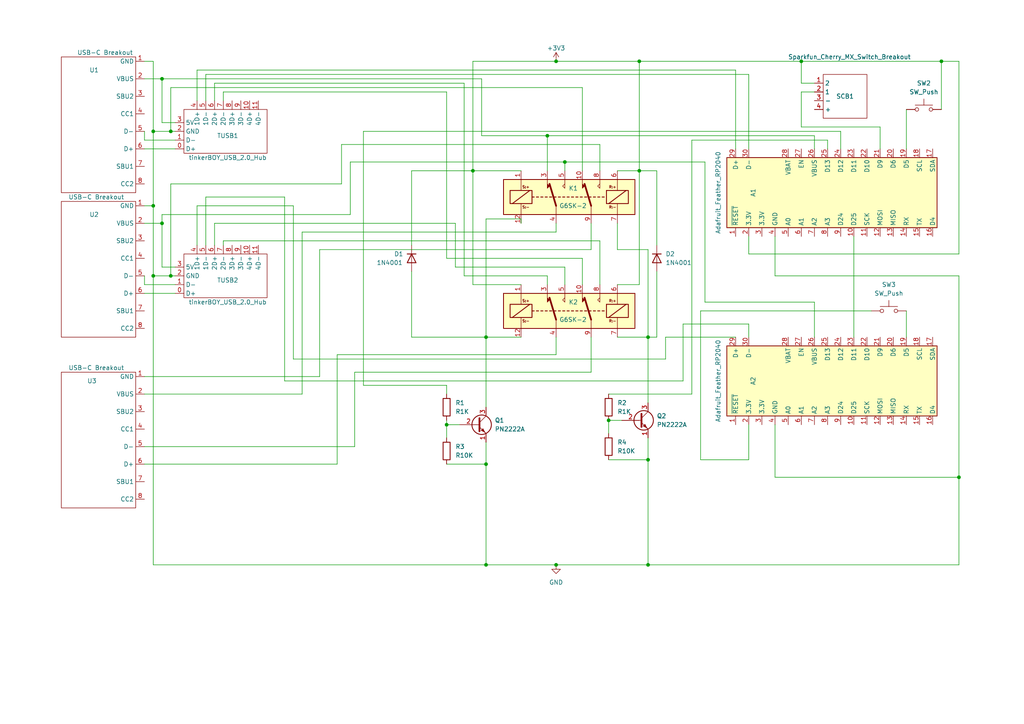
<source format=kicad_sch>
(kicad_sch (version 20211123) (generator eeschema)
  (paper "A4")
  (lib_symbols
    (symbol "Adafruit:Adafruit_4090_-_USB-C_Breakout"
      (property "Reference" "U" (at 0 2.54 0))
      (property "Value" "Adafruit_4090_-_USB-C_Breakout" (at -1.27 8.89 0))
      (symbol "Adafruit_4090_-_USB-C_Breakout_0_1"
        (rectangle (start -20.32 12.7) (end 19.05 -8.89))
      )
      (symbol "Adafruit_4090_-_USB-C_Breakout_1_1"
        (pin bidirectional line (at 17.78 -11.43 90) (length 2.54) (name "GND") (number "1"))
        (pin bidirectional line (at 12.7 -11.43 90) (length 2.54) (name "VBUS") (number "2"))
        (pin bidirectional line (at 7.62 -11.43 90) (length 2.54) (name "SBU2") (number "3"))
        (pin bidirectional line (at 2.54 -11.43 90) (length 2.54) (name "CC1") (number "4"))
        (pin bidirectional line (at -2.54 -11.43 90) (length 2.54) (name "D-") (number "5"))
        (pin bidirectional line (at -7.62 -11.43 90) (length 2.54) (name "D+") (number "6"))
        (pin bidirectional line (at -12.7 -11.43 90) (length 2.54) (name "SBU1") (number "7"))
        (pin bidirectional line (at -17.78 -11.43 90) (length 2.54) (name "CC2") (number "8"))
      )
    )
    (symbol "Adafruit:Adafruit_Feather_RP2040"
      (property "Reference" "A" (at 0 52.07 0))
      (property "Value" "Adafruit_Feather_RP2040" (at 0 62.23 0))
      (symbol "Adafruit_Feather_RP2040_0_1"
        (rectangle (start -10.16 59.69) (end 10.16 -1.27) (stroke (width 0.254)) (fill (type background)))
      )
      (symbol "Adafruit_Feather_RP2040_1_1"
        (pin input line (at -12.7 57.15 0) (length 2.54) (name "~{RESET}") (number "1"))
        (pin bidirectional line (at -12.7 22.86 0) (length 2.54) (name "D25") (number "10"))
        (pin bidirectional line (at -12.7 19.05 0) (length 2.54) (name "SCK") (number "11"))
        (pin bidirectional line (at -12.7 15.24 0) (length 2.54) (name "MOSI") (number "12"))
        (pin bidirectional line (at -12.7 11.43 0) (length 2.54) (name "MISO") (number "13"))
        (pin bidirectional line (at -12.7 7.62 0) (length 2.54) (name "RX") (number "14"))
        (pin bidirectional line (at -12.7 3.81 0) (length 2.54) (name "TX") (number "15"))
        (pin bidirectional line (at -12.7 0 0) (length 2.54) (name "D4") (number "16"))
        (pin bidirectional line (at 12.7 0 180) (length 2.54) (name "SDA") (number "17"))
        (pin bidirectional line (at 12.7 3.81 180) (length 2.54) (name "SCL") (number "18"))
        (pin bidirectional line (at 12.7 7.62 180) (length 2.54) (name "D5") (number "19"))
        (pin power_out line (at -12.7 53.34 0) (length 2.54) (name "3.3V") (number "2"))
        (pin bidirectional line (at 12.7 11.43 180) (length 2.54) (name "D6") (number "20"))
        (pin bidirectional line (at 12.7 15.24 180) (length 2.54) (name "D9") (number "21"))
        (pin bidirectional line (at 12.7 19.05 180) (length 2.54) (name "D10") (number "22"))
        (pin bidirectional line (at 12.7 22.86 180) (length 2.54) (name "D11") (number "23"))
        (pin bidirectional line (at 12.7 26.67 180) (length 2.54) (name "D12") (number "24"))
        (pin bidirectional line (at 12.7 30.48 180) (length 2.54) (name "D13") (number "25"))
        (pin power_in line (at 12.7 34.29 180) (length 2.54) (name "VBUS") (number "26"))
        (pin input line (at 12.7 38.1 180) (length 2.54) (name "EN") (number "27"))
        (pin power_in line (at 12.7 41.91 180) (length 2.54) (name "VBAT") (number "28"))
        (pin bidirectional line (at 12.7 57.15 180) (length 2.54) (name "D+") (number "29"))
        (pin power_out line (at -12.7 49.53 0) (length 2.54) (name "3.3V") (number "3"))
        (pin bidirectional line (at 12.7 53.34 180) (length 2.54) (name "D-") (number "30"))
        (pin power_in line (at -12.7 45.72 0) (length 2.54) (name "GND") (number "4"))
        (pin bidirectional line (at -12.7 41.91 0) (length 2.54) (name "A0") (number "5"))
        (pin bidirectional line (at -12.7 38.1 0) (length 2.54) (name "A1") (number "6"))
        (pin bidirectional line (at -12.7 34.29 0) (length 2.54) (name "A2") (number "7"))
        (pin bidirectional line (at -12.7 30.48 0) (length 2.54) (name "A3") (number "8"))
        (pin bidirectional line (at -12.7 26.67 0) (length 2.54) (name "D24") (number "9"))
      )
    )
    (symbol "Device:R" (pin_numbers hide) (pin_names (offset 0))
      (property "Reference" "R" (at 2.032 0 90))
      (property "Value" "R" (at 0 0 90))
      (symbol "R_0_1"
        (rectangle (start -1.016 -2.54) (end 1.016 2.54) (stroke (width 0.254)))
      )
      (symbol "R_1_1"
        (pin passive line (at 0 3.81 270) (length 1.27) (name "~") (number "1"))
        (pin passive line (at 0 -3.81 90) (length 1.27) (name "~") (number "2"))
      )
    )
    (symbol "Diode:1N4001" (pin_numbers hide) (pin_names (offset 1.016) hide)
      (property "Reference" "D" (at 0 2.54 0))
      (property "Value" "1N4001" (at 0 -2.54 0))
      (symbol "1N4001_0_1"
        (polyline (pts (xy -1.27 1.27) (xy -1.27 -1.27)) (stroke (width 0.254)))
        (polyline (pts (xy 1.27 0) (xy -1.27 0)))
        (polyline (pts (xy 1.27 1.27) (xy 1.27 -1.27) (xy -1.27 0) (xy 1.27 1.27)) (stroke (width 0.254)))
      )
      (symbol "1N4001_1_1"
        (pin passive line (at -3.81 0 0) (length 2.54) (name "K") (number "1"))
        (pin passive line (at 3.81 0 180) (length 2.54) (name "A") (number "2"))
      )
    )
    (symbol "Relay:G6SK-2"
      (property "Reference" "K" (at 21.59 3.81 0))
      (property "Value" "G6SK-2" (at 21.59 1.27 0))
      (symbol "G6SK-2_0_0"
        (text "R:+" (at 13.843 2.921 0) (effects (font (size 0.762 0.762))))
        (text "R:-" (at 13.843 -2.921 0) (effects (font (size 0.762 0.762))))
        (text "S:+" (at -11.303 2.921 0) (effects (font (size 0.762 0.762))))
        (text "S:-" (at -11.303 -2.921 0) (effects (font (size 0.762 0.762))))
      )
      (symbol "G6SK-2_0_1"
        (rectangle (start -17.78 5.08) (end 20.32 -5.08) (stroke (width 0.254)) (fill (type background)))
        (rectangle (start -15.875 1.905) (end -9.525 -1.905) (stroke (width 0.254)))
        (polyline (pts (xy -15.24 -1.905) (xy -10.16 1.905)) (stroke (width 0.254)))
        (polyline (pts (xy -12.7 -5.08) (xy -12.7 -1.905)))
        (polyline (pts (xy -12.7 5.08) (xy -12.7 1.905)))
        (polyline (pts (xy -9.525 0) (xy -8.89 0)) (stroke (width 0.254)))
        (polyline (pts (xy -8.255 0) (xy -7.62 0)) (stroke (width 0.254)))
        (polyline (pts (xy -6.985 0) (xy -6.35 0)) (stroke (width 0.254)))
        (polyline (pts (xy -5.715 0) (xy -5.08 0)) (stroke (width 0.254)))
        (polyline (pts (xy -4.445 0) (xy -3.81 0)) (stroke (width 0.254)))
        (polyline (pts (xy -3.175 0) (xy -2.54 0)) (stroke (width 0.254)))
        (polyline (pts (xy -2.54 -2.54) (xy -4.445 3.81)) (stroke (width 0.508)))
        (polyline (pts (xy -2.54 -2.54) (xy -2.54 -5.08)))
        (polyline (pts (xy -1.905 0) (xy -1.27 0)) (stroke (width 0.254)))
        (polyline (pts (xy -0.635 0) (xy 0 0)) (stroke (width 0.254)))
        (polyline (pts (xy 0.635 0) (xy 1.27 0)) (stroke (width 0.254)))
        (polyline (pts (xy 1.905 0) (xy 2.54 0)) (stroke (width 0.254)))
        (polyline (pts (xy 3.175 0) (xy 3.81 0)) (stroke (width 0.254)))
        (polyline (pts (xy 4.445 0) (xy 5.08 0)) (stroke (width 0.254)))
        (polyline (pts (xy 5.715 0) (xy 6.35 0)) (stroke (width 0.254)))
        (polyline (pts (xy 6.985 0) (xy 7.62 0)) (stroke (width 0.254)))
        (polyline (pts (xy 7.62 -2.54) (xy 5.715 3.81)) (stroke (width 0.508)))
        (polyline (pts (xy 7.62 -2.54) (xy 7.62 -5.08)))
        (polyline (pts (xy 8.255 0) (xy 8.89 0)) (stroke (width 0.254)))
        (polyline (pts (xy 9.525 0) (xy 10.16 0)) (stroke (width 0.254)))
        (polyline (pts (xy 10.795 0) (xy 11.43 0)) (stroke (width 0.254)))
        (polyline (pts (xy 12.7 -1.905) (xy 17.78 1.905)) (stroke (width 0.254)))
        (polyline (pts (xy 15.24 -5.08) (xy 15.24 -1.905)))
        (polyline (pts (xy 15.24 5.08) (xy 15.24 1.905)))
        (polyline (pts (xy -5.08 5.08) (xy -5.08 2.54) (xy -4.445 3.175) (xy -5.08 3.81)) (fill (type outline)))
        (polyline (pts (xy 0 5.08) (xy 0 2.54) (xy -0.635 3.175) (xy 0 3.81)))
        (polyline (pts (xy 5.08 5.08) (xy 5.08 2.54) (xy 5.715 3.175) (xy 5.08 3.81)) (fill (type outline)))
        (polyline (pts (xy 10.16 5.08) (xy 10.16 2.54) (xy 9.525 3.175) (xy 10.16 3.81)))
        (rectangle (start 12.065 1.905) (end 18.415 -1.905) (stroke (width 0.254)))
      )
      (symbol "G6SK-2_1_1"
        (pin passive line (at -12.7 7.62 270) (length 2.54) (name "~") (number "1"))
        (pin passive line (at 5.08 7.62 270) (length 2.54) (name "~") (number "10"))
        (pin passive line (at -12.7 -7.62 90) (length 2.54) (name "~") (number "12"))
        (pin passive line (at -5.08 7.62 270) (length 2.54) (name "~") (number "3"))
        (pin passive line (at -2.54 -7.62 90) (length 2.54) (name "~") (number "4"))
        (pin passive line (at 0 7.62 270) (length 2.54) (name "~") (number "5"))
        (pin passive line (at 15.24 7.62 270) (length 2.54) (name "~") (number "6"))
        (pin passive line (at 15.24 -7.62 90) (length 2.54) (name "~") (number "7"))
        (pin passive line (at 10.16 7.62 270) (length 2.54) (name "~") (number "8"))
        (pin passive line (at 7.62 -7.62 90) (length 2.54) (name "~") (number "9"))
      )
    )
    (symbol "SparkFun:Sparkfun_Cherry_MX_Switch_Breakout"
      (property "Reference" "SCB" (at -1.27 10.16 0))
      (property "Value" "Sparkfun_Cherry_MX_Switch_Breakout" (at -1.27 29.21 0))
      (symbol "Sparkfun_Cherry_MX_Switch_Breakout_0_1"
        (rectangle (start -7.62 16.51) (end 5.08 3.81))
      )
      (symbol "Sparkfun_Cherry_MX_Switch_Breakout_1_1"
        (pin bidirectional line (at -10.16 13.97 0) (length 2.54) (name "2") (number "1"))
        (pin bidirectional line (at -10.16 11.43 0) (length 2.54) (name "1") (number "2"))
        (pin bidirectional line (at -10.16 8.89 0) (length 2.54) (name "-") (number "3"))
        (pin bidirectional line (at -10.16 6.35 0) (length 2.54) (name "+") (number "4"))
      )
    )
    (symbol "Switch:SW_Push" (pin_numbers hide) (pin_names (offset 1.016) hide)
      (property "Reference" "SW" (at 1.27 2.54 0))
      (property "Value" "SW_Push" (at 0 -1.524 0))
      (symbol "SW_Push_0_1"
        (circle (center -2.032 0) (radius 0.508))
        (polyline (pts (xy 0 1.27) (xy 0 3.048)))
        (polyline (pts (xy 2.54 1.27) (xy -2.54 1.27)))
        (circle (center 2.032 0) (radius 0.508))
        (pin passive line (at -5.08 0 0) (length 2.54) (name "1") (number "1"))
        (pin passive line (at 5.08 0 180) (length 2.54) (name "2") (number "2"))
      )
    )
    (symbol "Transistor_BJT:PN2222A" (pin_names (offset 0) hide)
      (property "Reference" "Q" (at 5.08 1.905 0))
      (property "Value" "PN2222A" (at 5.08 0 0))
      (symbol "PN2222A_0_1"
        (polyline (pts (xy 0 0) (xy 0.635 0)))
        (polyline (pts (xy 2.54 -2.54) (xy 0.635 -0.635)))
        (polyline (pts (xy 2.54 2.54) (xy 0.635 0.635)))
        (polyline (pts (xy 0.635 1.905) (xy 0.635 -1.905) (xy 0.635 -1.905)) (stroke (width 0.508)))
        (polyline (pts (xy 2.413 -2.413) (xy 1.905 -1.905) (xy 1.905 -1.905)))
        (polyline (pts (xy 1.143 -1.651) (xy 1.651 -1.143) (xy 2.159 -2.159) (xy 1.143 -1.651) (xy 1.143 -1.651)) (fill (type outline)))
        (circle (center 1.27 0) (radius 2.8194) (stroke (width 0.254)))
      )
      (symbol "PN2222A_1_1"
        (pin passive line (at 2.54 -5.08 90) (length 2.54) (name "E") (number "1"))
        (pin input line (at -5.08 0 0) (length 5.08) (name "B") (number "2"))
        (pin passive line (at 2.54 5.08 270) (length 2.54) (name "C") (number "3"))
      )
    )
    (symbol "power:+3.3V" (power) (pin_names (offset 0))
      (property "Value" "+3.3V" (at 0 3.556 0))
      (symbol "+3.3V_0_1"
        (polyline (pts (xy -0.762 1.27) (xy 0 2.54)))
        (polyline (pts (xy 0 0) (xy 0 2.54)))
        (polyline (pts (xy 0 2.54) (xy 0.762 1.27)))
      )
      (symbol "+3.3V_1_1"
        (pin power_in line (at 0 0 90) (length 0) hide (name "+3V3") (number "1"))
      )
    )
    (symbol "power:GND" (power) (pin_names (offset 0))
      (property "Value" "GND" (at 0 -3.81 0))
      (symbol "GND_0_1"
        (polyline (pts (xy 0 0) (xy 0 -1.27) (xy 1.27 -1.27) (xy 0 -2.54) (xy -1.27 -1.27) (xy 0 -1.27)))
      )
      (symbol "GND_1_1"
        (pin power_in line (at 0 0 270) (length 0) hide (name "GND") (number "1"))
      )
    )
    (symbol "tinkerBOY_USB_2.0_Hub_1"
      (property "Reference" "TUSB" (at 0 8.89 0))
      (property "Value" "tinkerBOY_USB_2.0_Hub_1" (at 0 15.24 0))
      (symbol "tinkerBOY_USB_2.0_Hub_1_0_1"
        (rectangle (start 12.7 13.97) (end -11.43 1.27))
      )
      (symbol "tinkerBOY_USB_2.0_Hub_1_1_1"
        (pin bidirectional line (at 15.24 12.7 180) (length 2.54) (name "D+") (number "0"))
        (pin bidirectional line (at 15.24 10.16 180) (length 2.54) (name "D-") (number "1"))
        (pin bidirectional line (at -6.35 -1.27 90) (length 2.54) (name "4D+") (number "10"))
        (pin bidirectional line (at -8.89 -1.27 90) (length 2.54) (name "4D-") (number "11"))
        (pin input line (at 15.24 7.62 180) (length 2.54) (name "GND") (number "2"))
        (pin input line (at 15.24 5.08 180) (length 2.54) (name "5V") (number "3"))
        (pin bidirectional line (at 8.89 -1.27 90) (length 2.54) (name "1D+") (number "4"))
        (pin bidirectional line (at 6.35 -1.27 90) (length 2.54) (name "1D-") (number "5"))
        (pin bidirectional line (at 3.81 -1.27 90) (length 2.54) (name "2D+") (number "6"))
        (pin bidirectional line (at 1.27 -1.27 90) (length 2.54) (name "2D-") (number "7"))
        (pin bidirectional line (at -1.27 -1.27 90) (length 2.54) (name "3D+") (number "8"))
        (pin bidirectional line (at -3.81 -1.27 90) (length 2.54) (name "3D-") (number "9"))
      )
    )
    (symbol "tinkeyBOY:tinkerBOY_USB_2.0_Hub"
      (property "Reference" "TUSB" (at 0 8.89 0))
      (property "Value" "tinkerBOY_USB_2.0_Hub" (at 0 15.24 0))
      (symbol "tinkerBOY_USB_2.0_Hub_0_1"
        (rectangle (start 12.7 13.97) (end -11.43 1.27))
      )
      (symbol "tinkerBOY_USB_2.0_Hub_1_1"
        (pin bidirectional line (at 15.24 12.7 180) (length 2.54) (name "D+") (number "0"))
        (pin bidirectional line (at 15.24 10.16 180) (length 2.54) (name "D-") (number "1"))
        (pin bidirectional line (at -6.35 -1.27 90) (length 2.54) (name "4D+") (number "10"))
        (pin bidirectional line (at -8.89 -1.27 90) (length 2.54) (name "4D-") (number "11"))
        (pin input line (at 15.24 7.62 180) (length 2.54) (name "GND") (number "2"))
        (pin input line (at 15.24 5.08 180) (length 2.54) (name "5V") (number "3"))
        (pin bidirectional line (at 8.89 -1.27 90) (length 2.54) (name "1D+") (number "4"))
        (pin bidirectional line (at 6.35 -1.27 90) (length 2.54) (name "1D-") (number "5"))
        (pin bidirectional line (at 3.81 -1.27 90) (length 2.54) (name "2D+") (number "6"))
        (pin bidirectional line (at 1.27 -1.27 90) (length 2.54) (name "2D-") (number "7"))
        (pin bidirectional line (at -1.27 -1.27 90) (length 2.54) (name "3D+") (number "8"))
        (pin bidirectional line (at -3.81 -1.27 90) (length 2.54) (name "3D-") (number "9"))
      )
    )
  )
  (junction (at 161.29 17.78))
  (junction (at 185.42 49.53))
  (junction (at 49.53 80.01))
  (junction (at 187.96 133.35))
  (junction (at 137.16 49.53))
  (junction (at 140.97 163.83))
  (junction (at 46.99 22.86))
  (junction (at 163.83 46.99))
  (junction (at 232.41 17.78))
  (junction (at 140.97 97.79))
  (junction (at 44.45 59.69))
  (junction (at 46.99 64.77))
  (junction (at 187.96 97.79))
  (junction (at 44.45 38.1))
  (junction (at 185.42 17.78))
  (junction (at 49.53 38.1))
  (junction (at 278.13 138.43))
  (junction (at 176.53 121.92))
  (junction (at 44.45 80.01))
  (junction (at 158.75 39.37))
  (junction (at 187.96 163.83))
  (junction (at 140.97 134.62))
  (junction (at 161.29 163.83))
  (junction (at 273.05 17.78))
  (junction (at 129.54 123.19))
  (wire (pts (xy 198.12 93.98) (xy 198.12 110.49)))
  (wire (pts (xy 137.16 49.53) (xy 137.16 82.55)))
  (wire (pts (xy 204.47 46.99) (xy 163.83 46.99)))
  (wire (pts (xy 129.54 111.76) (xy 105.41 111.76)))
  (wire (pts (xy 232.41 17.78) (xy 232.41 24.13)))
  (wire (pts (xy 217.17 133.35) (xy 203.2 133.35)))
  (wire (pts (xy 129.54 111.76) (xy 129.54 114.3)))
  (wire (pts (xy 278.13 17.78) (xy 278.13 73.66)))
  (wire (pts (xy 185.42 17.78) (xy 185.42 49.53)))
  (wire (pts (xy 41.91 85.09) (xy 50.8 85.09)))
  (wire (pts (xy 236.22 39.37) (xy 158.75 39.37)))
  (wire (pts (xy 187.96 97.79) (xy 187.96 116.84)))
  (wire (pts (xy 49.53 38.1) (xy 44.45 38.1)))
  (wire (pts (xy 97.79 102.87) (xy 161.29 102.87)))
  (wire (pts (xy 161.29 17.78) (xy 185.42 17.78)))
  (wire (pts (xy 173.99 69.85) (xy 173.99 82.55)))
  (wire (pts (xy 87.63 114.3) (xy 87.63 67.31)))
  (wire (pts (xy 129.54 26.67) (xy 64.77 26.67)))
  (wire (pts (xy 137.16 82.55) (xy 151.13 82.55)))
  (wire (pts (xy 161.29 102.87) (xy 161.29 97.79)))
  (wire (pts (xy 101.6 62.23) (xy 46.99 62.23)))
  (wire (pts (xy 41.91 40.64) (xy 41.91 38.1)))
  (wire (pts (xy 105.41 38.1) (xy 243.84 38.1)))
  (wire (pts (xy 50.8 80.01) (xy 49.53 80.01)))
  (wire (pts (xy 203.2 90.17) (xy 252.73 90.17)))
  (wire (pts (xy 161.29 163.83) (xy 187.96 163.83)))
  (wire (pts (xy 101.6 46.99) (xy 101.6 62.23)))
  (wire (pts (xy 161.29 67.31) (xy 161.29 64.77)))
  (wire (pts (xy 262.89 31.75) (xy 262.89 43.18)))
  (wire (pts (xy 173.99 49.53) (xy 173.99 41.91)))
  (wire (pts (xy 273.05 17.78) (xy 278.13 17.78)))
  (wire (pts (xy 224.79 138.43) (xy 278.13 138.43)))
  (wire (pts (xy 140.97 134.62) (xy 140.97 163.83)))
  (wire (pts (xy 41.91 109.22) (xy 92.71 109.22)))
  (wire (pts (xy 190.5 49.53) (xy 185.42 49.53)))
  (wire (pts (xy 190.5 78.74) (xy 190.5 97.79)))
  (wire (pts (xy 163.83 82.55) (xy 163.83 77.47)))
  (wire (pts (xy 133.35 123.19) (xy 129.54 123.19)))
  (wire (pts (xy 50.8 82.55) (xy 41.91 82.55)))
  (wire (pts (xy 171.45 107.95) (xy 171.45 97.79)))
  (wire (pts (xy 232.41 36.83) (xy 255.27 36.83)))
  (wire (pts (xy 41.91 114.3) (xy 87.63 114.3)))
  (wire (pts (xy 151.13 64.77) (xy 151.13 63.5)))
  (wire (pts (xy 92.71 109.22) (xy 92.71 72.39)))
  (wire (pts (xy 203.2 133.35) (xy 203.2 90.17)))
  (wire (pts (xy 171.45 72.39) (xy 171.45 64.77)))
  (wire (pts (xy 82.55 110.49) (xy 82.55 57.15)))
  (wire (pts (xy 44.45 38.1) (xy 44.45 59.69)))
  (wire (pts (xy 168.91 74.93) (xy 129.54 74.93)))
  (wire (pts (xy 46.99 35.56) (xy 46.99 22.86)))
  (wire (pts (xy 168.91 82.55) (xy 168.91 74.93)))
  (wire (pts (xy 99.06 53.34) (xy 49.53 53.34)))
  (wire (pts (xy 92.71 72.39) (xy 171.45 72.39)))
  (wire (pts (xy 64.77 69.85) (xy 173.99 69.85)))
  (wire (pts (xy 168.91 25.4) (xy 168.91 49.53)))
  (wire (pts (xy 236.22 97.79) (xy 236.22 87.63)))
  (wire (pts (xy 213.36 97.79) (xy 193.04 97.79)))
  (wire (pts (xy 176.53 114.3) (xy 200.66 114.3)))
  (wire (pts (xy 190.5 71.12) (xy 190.5 49.53)))
  (wire (pts (xy 187.96 163.83) (xy 278.13 163.83)))
  (wire (pts (xy 59.69 21.59) (xy 217.17 21.59)))
  (wire (pts (xy 243.84 38.1) (xy 243.84 43.18)))
  (wire (pts (xy 59.69 57.15) (xy 59.69 71.12)))
  (wire (pts (xy 99.06 41.91) (xy 99.06 53.34)))
  (wire (pts (xy 46.99 22.86) (xy 41.91 22.86)))
  (wire (pts (xy 46.99 77.47) (xy 46.99 64.77)))
  (wire (pts (xy 64.77 71.12) (xy 64.77 69.85)))
  (wire (pts (xy 232.41 26.67) (xy 232.41 36.83)))
  (wire (pts (xy 179.07 72.39) (xy 187.96 72.39)))
  (wire (pts (xy 278.13 80.01) (xy 224.79 80.01)))
  (wire (pts (xy 224.79 68.58) (xy 224.79 80.01)))
  (wire (pts (xy 140.97 63.5) (xy 140.97 97.79)))
  (wire (pts (xy 217.17 97.79) (xy 217.17 93.98)))
  (wire (pts (xy 44.45 17.78) (xy 41.91 17.78)))
  (wire (pts (xy 232.41 17.78) (xy 273.05 17.78)))
  (wire (pts (xy 119.38 97.79) (xy 140.97 97.79)))
  (wire (pts (xy 255.27 36.83) (xy 255.27 43.18)))
  (wire (pts (xy 41.91 129.54) (xy 102.87 129.54)))
  (wire (pts (xy 217.17 21.59) (xy 217.17 43.18)))
  (wire (pts (xy 158.75 39.37) (xy 139.7 39.37)))
  (wire (pts (xy 137.16 49.53) (xy 151.13 49.53)))
  (wire (pts (xy 217.17 123.19) (xy 217.17 133.35)))
  (wire (pts (xy 232.41 24.13) (xy 236.22 24.13)))
  (wire (pts (xy 49.53 80.01) (xy 44.45 80.01)))
  (wire (pts (xy 62.23 24.13) (xy 134.62 24.13)))
  (wire (pts (xy 217.17 93.98) (xy 198.12 93.98)))
  (wire (pts (xy 134.62 24.13) (xy 134.62 80.01)))
  (wire (pts (xy 273.05 17.78) (xy 273.05 31.75)))
  (wire (pts (xy 198.12 110.49) (xy 82.55 110.49)))
  (wire (pts (xy 179.07 64.77) (xy 179.07 72.39)))
  (wire (pts (xy 140.97 128.27) (xy 140.97 134.62)))
  (wire (pts (xy 64.77 26.67) (xy 64.77 29.21)))
  (wire (pts (xy 163.83 77.47) (xy 132.08 77.47)))
  (wire (pts (xy 200.66 40.64) (xy 200.66 114.3)))
  (wire (pts (xy 62.23 24.13) (xy 62.23 29.21)))
  (wire (pts (xy 247.65 68.58) (xy 247.65 97.79)))
  (wire (pts (xy 50.8 35.56) (xy 46.99 35.56)))
  (wire (pts (xy 132.08 77.47) (xy 132.08 64.77)))
  (wire (pts (xy 132.08 64.77) (xy 62.23 64.77)))
  (wire (pts (xy 193.04 97.79) (xy 193.04 104.14)))
  (wire (pts (xy 176.53 133.35) (xy 187.96 133.35)))
  (wire (pts (xy 200.66 40.64) (xy 240.03 40.64)))
  (wire (pts (xy 140.97 97.79) (xy 140.97 118.11)))
  (wire (pts (xy 140.97 163.83) (xy 161.29 163.83)))
  (wire (pts (xy 129.54 134.62) (xy 140.97 134.62)))
  (wire (pts (xy 151.13 63.5) (xy 140.97 63.5)))
  (wire (pts (xy 217.17 68.58) (xy 217.17 73.66)))
  (wire (pts (xy 140.97 163.83) (xy 44.45 163.83)))
  (wire (pts (xy 176.53 121.92) (xy 180.34 121.92)))
  (wire (pts (xy 236.22 43.18) (xy 236.22 39.37)))
  (wire (pts (xy 163.83 46.99) (xy 101.6 46.99)))
  (wire (pts (xy 49.53 53.34) (xy 49.53 80.01)))
  (wire (pts (xy 87.63 67.31) (xy 161.29 67.31)))
  (wire (pts (xy 158.75 80.01) (xy 158.75 82.55)))
  (wire (pts (xy 44.45 59.69) (xy 41.91 59.69)))
  (wire (pts (xy 140.97 97.79) (xy 151.13 97.79)))
  (wire (pts (xy 187.96 97.79) (xy 190.5 97.79)))
  (wire (pts (xy 168.91 25.4) (xy 49.53 25.4)))
  (wire (pts (xy 139.7 22.86) (xy 46.99 22.86)))
  (wire (pts (xy 50.8 77.47) (xy 46.99 77.47)))
  (wire (pts (xy 204.47 87.63) (xy 204.47 46.99)))
  (wire (pts (xy 41.91 82.55) (xy 41.91 80.01)))
  (wire (pts (xy 85.09 104.14) (xy 85.09 59.69)))
  (wire (pts (xy 57.15 59.69) (xy 57.15 71.12)))
  (wire (pts (xy 129.54 123.19) (xy 129.54 121.92)))
  (wire (pts (xy 44.45 163.83) (xy 44.45 80.01)))
  (wire (pts (xy 278.13 138.43) (xy 278.13 163.83)))
  (wire (pts (xy 119.38 71.12) (xy 119.38 49.53)))
  (wire (pts (xy 185.42 49.53) (xy 185.42 82.55)))
  (wire (pts (xy 49.53 25.4) (xy 49.53 38.1)))
  (wire (pts (xy 217.17 73.66) (xy 278.13 73.66)))
  (wire (pts (xy 213.36 43.18) (xy 213.36 20.32)))
  (wire (pts (xy 187.96 72.39) (xy 187.96 97.79)))
  (wire (pts (xy 236.22 87.63) (xy 204.47 87.63)))
  (wire (pts (xy 59.69 29.21) (xy 59.69 21.59)))
  (wire (pts (xy 236.22 26.67) (xy 232.41 26.67)))
  (wire (pts (xy 41.91 43.18) (xy 50.8 43.18)))
  (wire (pts (xy 137.16 17.78) (xy 137.16 49.53)))
  (wire (pts (xy 97.79 134.62) (xy 97.79 102.87)))
  (wire (pts (xy 62.23 64.77) (xy 62.23 71.12)))
  (wire (pts (xy 134.62 80.01) (xy 158.75 80.01)))
  (wire (pts (xy 185.42 17.78) (xy 232.41 17.78)))
  (wire (pts (xy 50.8 38.1) (xy 49.53 38.1)))
  (wire (pts (xy 105.41 111.76) (xy 105.41 38.1)))
  (wire (pts (xy 57.15 20.32) (xy 57.15 29.21)))
  (wire (pts (xy 46.99 62.23) (xy 46.99 64.77)))
  (wire (pts (xy 139.7 22.86) (xy 139.7 39.37)))
  (wire (pts (xy 119.38 78.74) (xy 119.38 97.79)))
  (wire (pts (xy 213.36 20.32) (xy 57.15 20.32)))
  (wire (pts (xy 193.04 104.14) (xy 85.09 104.14)))
  (wire (pts (xy 102.87 107.95) (xy 171.45 107.95)))
  (wire (pts (xy 179.07 49.53) (xy 185.42 49.53)))
  (wire (pts (xy 163.83 46.99) (xy 163.83 49.53)))
  (wire (pts (xy 46.99 64.77) (xy 41.91 64.77)))
  (wire (pts (xy 179.07 97.79) (xy 187.96 97.79)))
  (wire (pts (xy 129.54 123.19) (xy 129.54 127)))
  (wire (pts (xy 176.53 121.92) (xy 176.53 125.73)))
  (wire (pts (xy 50.8 40.64) (xy 41.91 40.64)))
  (wire (pts (xy 187.96 127) (xy 187.96 133.35)))
  (wire (pts (xy 278.13 80.01) (xy 278.13 138.43)))
  (wire (pts (xy 119.38 49.53) (xy 137.16 49.53)))
  (wire (pts (xy 240.03 40.64) (xy 240.03 43.18)))
  (wire (pts (xy 44.45 38.1) (xy 44.45 17.78)))
  (wire (pts (xy 82.55 57.15) (xy 59.69 57.15)))
  (wire (pts (xy 129.54 74.93) (xy 129.54 26.67)))
  (wire (pts (xy 262.89 90.17) (xy 262.89 97.79)))
  (wire (pts (xy 173.99 41.91) (xy 99.06 41.91)))
  (wire (pts (xy 41.91 134.62) (xy 97.79 134.62)))
  (wire (pts (xy 102.87 129.54) (xy 102.87 107.95)))
  (wire (pts (xy 44.45 80.01) (xy 44.45 59.69)))
  (wire (pts (xy 224.79 123.19) (xy 224.79 138.43)))
  (wire (pts (xy 187.96 133.35) (xy 187.96 163.83)))
  (wire (pts (xy 85.09 59.69) (xy 57.15 59.69)))
  (wire (pts (xy 137.16 17.78) (xy 161.29 17.78)))
  (wire (pts (xy 158.75 39.37) (xy 158.75 49.53)))
  (wire (pts (xy 179.07 82.55) (xy 185.42 82.55)))
  (symbol (lib_id "Adafruit:Adafruit_4090_-_USB-C_Breakout") (at 30.48 77.47 90) (unit 1)
    (property "Reference" "U2" (at 27.305 62.23 90))
    (property "Value" "USB-C Breakout" (at 27.94 57.15 90))
    (property "Footprint" "Adafruit:Adafruit 4090 - USB-C Breakout" (effects hide))
    (property "Datasheet" "https://www.usb.org/sites/default/files/documents/usb_type-c.zip" (effects hide))
  )
  (symbol (lib_id "Diode:1N4001") (at 190.5 74.93 270) (unit 1)
    (property "Reference" "D2" (at 193.04 73.6599 90) (effects (justify left)))
    (property "Value" "1N4001" (at 193.04 76.1999 90) (effects (justify left)))
    (property "Footprint" "Diode_THT:D_DO-41_SOD81_P10.16mm_Horizontal" (effects hide))
    (property "Datasheet" "http://www.vishay.com/docs/88503/1n4001.pdf" (effects hide))
  )
  (symbol (lib_id "Switch:SW_Push") (at 267.97 31.75 0) (unit 1)
    (property "Reference" "SW2" (at 267.97 24.13 0))
    (property "Value" "SW_Push" (at 267.97 26.67 0))
    (property "Footprint" "Button_Switch_THT:SW_Tactile_Straight_KSL0Axx1LFTR" (effects hide))
  )
  (symbol (lib_id "Device:R") (at 176.53 129.54 0) (unit 1)
    (property "Reference" "R4" (at 179.07 128.2699 0) (effects (justify left)))
    (property "Value" "R10K" (at 179.07 130.8099 0) (effects (justify left)))
    (property "Footprint" "Resistor_THT:R_Axial_DIN0204_L3.6mm_D1.6mm_P5.08mm_Horizontal" (effects hide))
  )
  (symbol (lib_id "Device:R") (at 129.54 118.11 0) (unit 1)
    (property "Reference" "R1" (at 132.08 116.8399 0) (effects (justify left)))
    (property "Value" "R1K" (at 132.08 119.3799 0) (effects (justify left)))
    (property "Footprint" "Resistor_THT:R_Axial_DIN0204_L3.6mm_D1.6mm_P5.08mm_Horizontal" (effects hide))
  )
  (symbol (lib_id "Device:R") (at 176.53 118.11 0) (unit 1)
    (property "Reference" "R2" (at 179.07 116.8399 0) (effects (justify left)))
    (property "Value" "R1K" (at 179.07 119.3799 0) (effects (justify left)))
    (property "Footprint" "Resistor_THT:R_Axial_DIN0204_L3.6mm_D1.6mm_P5.08mm_Horizontal" (effects hide))
  )
  (symbol (lib_id "Adafruit:Adafruit_Feather_RP2040") (at 270.51 110.49 90) (unit 1)
    (property "Reference" "A2" (at 218.44 110.49 0))
    (property "Value" "Adafruit_Feather_RP2040" (at 208.28 110.49 0))
    (property "Footprint" "Adafruit:Adafruit Feather RP2040" (effects hide))
  )
  (symbol (lib_id "power:+3.3V") (at 161.29 17.78 0) (unit 1)
    (property "Reference" "#PWR0101" (effects hide))
    (property "Value" "+3.3V" (at 161.29 13.97 0))
  )
  (symbol (lib_id "Relay:G6SK-2") (at 163.83 57.15 0) (unit 1)
    (property "Reference" "K1" (at 167.64 54.61 0) (effects (justify right)))
    (property "Value" "G6SK-2" (at 170.18 59.69 0) (effects (justify right)))
    (property "Footprint" "Relay_THT:Relay_DPDT_Omron_G6SK-2" (effects hide))
    (property "Datasheet" "http://omronfs.omron.com/en_US/ecb/products/pdf/en-g6s.pdf" (effects hide))
  )
  (symbol (lib_id "Diode:1N4001") (at 119.38 74.93 270) (unit 1)
    (property "Reference" "D1" (at 114.3 73.66 90) (effects (justify left)))
    (property "Value" "1N4001" (at 109.22 76.2 90) (effects (justify left)))
    (property "Footprint" "Diode_THT:D_DO-41_SOD81_P10.16mm_Horizontal" (effects hide))
    (property "Datasheet" "http://www.vishay.com/docs/88503/1n4001.pdf" (effects hide))
  )
  (symbol (lib_id "SparkFun:Sparkfun_Cherry_MX_Switch_Breakout") (at 246.38 38.1 0) (unit 1)
    (property "Reference" "SCB1" (at 245.11 27.94 0))
    (property "Value" "Sparkfun_Cherry_MX_Switch_Breakout" (at 246.38 16.51 0))
    (property "Footprint" "SparkFun:SparkFun Cherry MX Breakout" (effects hide))
  )
  (symbol (lib_id "Switch:SW_Push") (at 257.81 90.17 0) (unit 1)
    (property "Reference" "SW3" (at 257.81 82.55 0))
    (property "Value" "SW_Push" (at 257.81 85.09 0))
    (property "Footprint" "Button_Switch_THT:SW_Tactile_Straight_KSL0Axx1LFTR" (effects hide))
  )
  (symbol (lib_id "Adafruit:Adafruit_Feather_RP2040") (at 270.51 55.88 90) (unit 1)
    (property "Reference" "A1" (at 218.44 55.88 0))
    (property "Value" "Adafruit_Feather_RP2040" (at 208.28 55.88 0))
    (property "Footprint" "Adafruit:Adafruit Feather RP2040" (effects hide))
  )
  (symbol (lib_id "tinkeyBOY:tinkerBOY_USB_2.0_Hub") (at 66.04 30.48 180) (unit 1)
    (property "Reference" "TUSB1" (at 66.04 39.37 0))
    (property "Value" "tinkerBOY_USB_2.0_Hub" (at 66.04 45.72 0))
    (property "Footprint" "tinkerBOY:tinkerBOY USB 2.0 Hub" (effects hide))
  )
  (symbol (lib_id "Device:R") (at 129.54 130.81 0) (unit 1)
    (property "Reference" "R3" (at 132.08 129.5399 0) (effects (justify left)))
    (property "Value" "R10K" (at 132.08 132.0799 0) (effects (justify left)))
    (property "Footprint" "Resistor_THT:R_Axial_DIN0204_L3.6mm_D1.6mm_P5.08mm_Horizontal" (effects hide))
  )
  (symbol (lib_id "power:GND") (at 161.29 163.83 0) (unit 1)
    (property "Reference" "#PWR0102" (effects hide))
    (property "Value" "GND" (at 161.29 168.91 0))
  )
  (symbol (lib_id "Relay:G6SK-2") (at 163.83 90.17 0) (unit 1)
    (property "Reference" "K2" (at 167.64 87.63 0) (effects (justify right)))
    (property "Value" "G6SK-2" (at 170.18 92.71 0) (effects (justify right)))
    (property "Footprint" "Relay_THT:Relay_DPDT_Omron_G6SK-2" (effects hide))
    (property "Datasheet" "http://omronfs.omron.com/en_US/ecb/products/pdf/en-g6s.pdf" (effects hide))
  )
  (symbol (lib_id "Transistor_BJT:PN2222A") (at 138.43 123.19 0) (unit 1)
    (property "Reference" "Q1" (at 143.51 121.9199 0) (effects (justify left)))
    (property "Value" "PN2222A" (at 143.51 124.4599 0) (effects (justify left)))
    (property "Footprint" "Package_TO_SOT_THT:TO-92_Inline" (effects hide))
    (property "Datasheet" "https://www.onsemi.com/pub/Collateral/PN2222-D.PDF" (effects hide))
  )
  (symbol (lib_id "Transistor_BJT:PN2222A") (at 185.42 121.92 0) (unit 1)
    (property "Reference" "Q2" (at 190.5 120.6499 0) (effects (justify left)))
    (property "Value" "PN2222A" (at 190.5 123.1899 0) (effects (justify left)))
    (property "Footprint" "Package_TO_SOT_THT:TO-92_Inline" (effects hide))
    (property "Datasheet" "https://www.onsemi.com/pub/Collateral/PN2222-D.PDF" (effects hide))
  )
  (symbol (lib_id "Adafruit:Adafruit_4090_-_USB-C_Breakout") (at 30.48 127 90) (unit 1)
    (property "Reference" "U3" (at 26.67 110.49 90))
    (property "Value" "USB-C Breakout" (at 27.94 106.68 90))
    (property "Footprint" "Adafruit:Adafruit 4090 - USB-C Breakout" (effects hide))
    (property "Datasheet" "https://www.usb.org/sites/default/files/documents/usb_type-c.zip" (effects hide))
  )
  (symbol (lib_id "Adafruit:Adafruit_4090_-_USB-C_Breakout") (at 30.48 35.56 90) (unit 1)
    (property "Reference" "U1" (at 27.305 20.32 90))
    (property "Value" "USB-C Breakout" (at 30.48 15.24 90))
    (property "Footprint" "Adafruit:Adafruit 4090 - USB-C Breakout" (effects hide))
    (property "Datasheet" "https://www.usb.org/sites/default/files/documents/usb_type-c.zip" (effects hide))
  )
  (symbol (lib_name "tinkerBOY_USB_2.0_Hub_1") (lib_id "tinkeyBOY:tinkerBOY_USB_2.0_Hub") (at 66.04 72.39 180) (unit 1)
    (property "Reference" "TUSB2" (at 66.04 81.28 0))
    (property "Value" "tinkerBOY_USB_2.0_Hub" (at 66.04 87.63 0))
    (property "Footprint" "tinkerBOY:tinkerBOY USB 2.0 Hub" (effects hide))
  )
)
</source>
